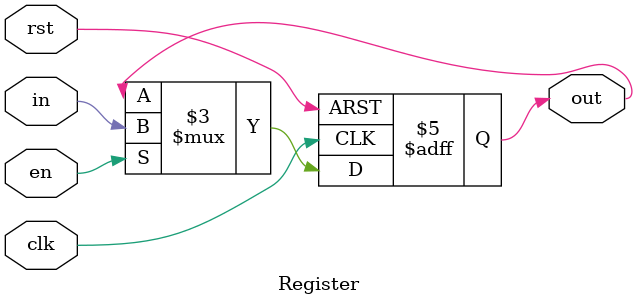
<source format=v>
module Register(
	in,
	out,
	clk,
    rst,
	en
);

/* Parameters */
parameter DATA_WIDTH = 1;

/* Inputs */
input wire [DATA_WIDTH - 1 : 0] in;
input wire clk, rst, en;

/* Outputs */
output reg [DATA_WIDTH - 1 : 0] out;

/* Initialize */
initial
begin
    out = 0;
end

/* Behavioral Sequential Design */
always @(posedge clk or posedge rst)
begin
    if (rst)
    begin
        out <= 0;
    end
    else if (en)
    begin
        out <= in;
    end
end

endmodule
</source>
